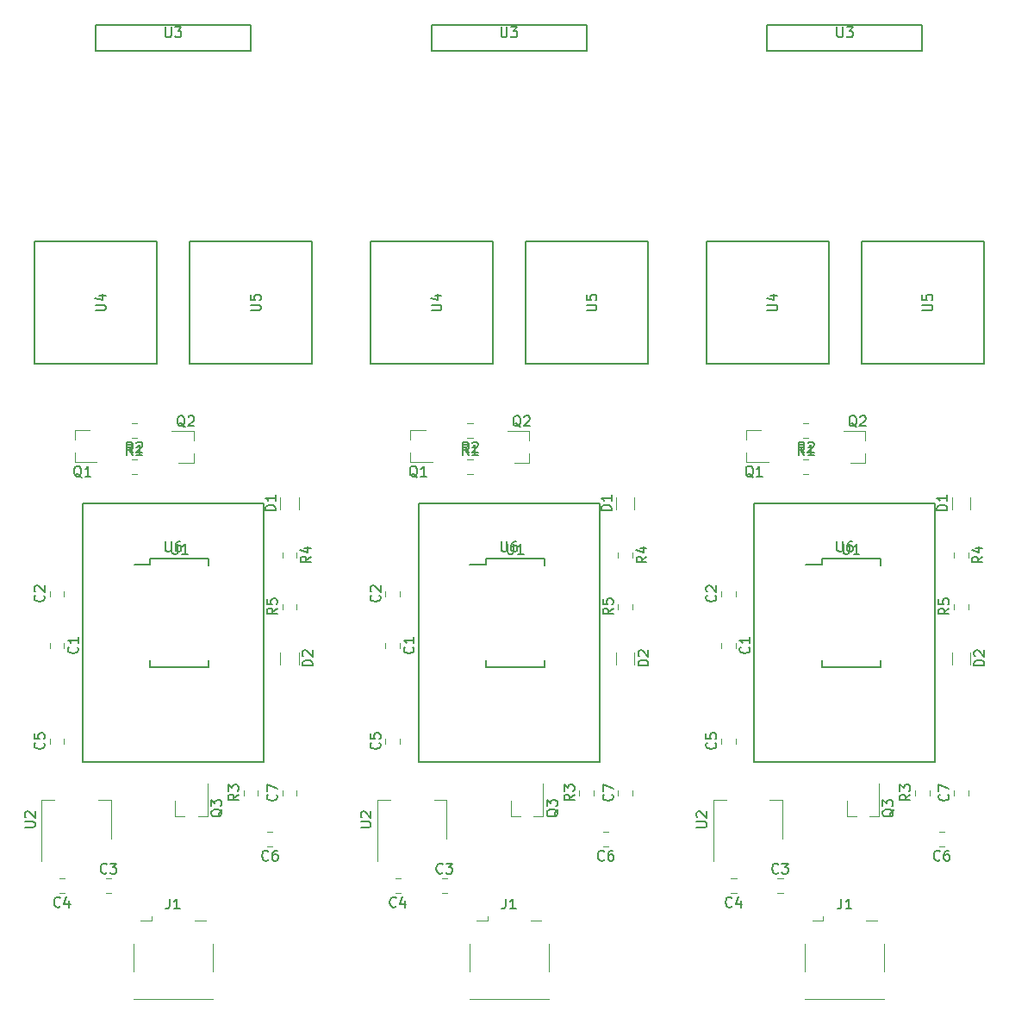
<source format=gbr>
G04 #@! TF.GenerationSoftware,KiCad,Pcbnew,5.0.2+dfsg1-1*
G04 #@! TF.CreationDate,2020-08-23T12:27:17+02:00*
G04 #@! TF.ProjectId,programmer,70726f67-7261-46d6-9d65-722e6b696361,rev?*
G04 #@! TF.SameCoordinates,Original*
G04 #@! TF.FileFunction,Legend,Top*
G04 #@! TF.FilePolarity,Positive*
%FSLAX46Y46*%
G04 Gerber Fmt 4.6, Leading zero omitted, Abs format (unit mm)*
G04 Created by KiCad (PCBNEW 5.0.2+dfsg1-1) date Sun 23 Aug 2020 12:27:17 PM CEST*
%MOMM*%
%LPD*%
G01*
G04 APERTURE LIST*
%ADD10C,0.120000*%
%ADD11C,0.200000*%
%ADD12C,0.150000*%
G04 APERTURE END LIST*
D10*
G04 #@! TO.C,C2*
X225310000Y-92971252D02*
X225310000Y-92448748D01*
X226730000Y-92971252D02*
X226730000Y-92448748D01*
G04 #@! TO.C,C7*
X248170000Y-112529252D02*
X248170000Y-112006748D01*
X249590000Y-112529252D02*
X249590000Y-112006748D01*
G04 #@! TO.C,C3*
X230838748Y-120702000D02*
X231361252Y-120702000D01*
X230838748Y-122122000D02*
X231361252Y-122122000D01*
G04 #@! TO.C,R5*
X248170000Y-94241252D02*
X248170000Y-93718748D01*
X249590000Y-94241252D02*
X249590000Y-93718748D01*
G04 #@! TO.C,R3*
X244360000Y-112538252D02*
X244360000Y-112015748D01*
X245780000Y-112538252D02*
X245780000Y-112015748D01*
G04 #@! TO.C,D1*
X247970000Y-84422064D02*
X247970000Y-83217936D01*
X249790000Y-84422064D02*
X249790000Y-83217936D01*
G04 #@! TO.C,Q2*
X239464000Y-79878000D02*
X239464000Y-78948000D01*
X239464000Y-76718000D02*
X239464000Y-77648000D01*
X239464000Y-76718000D02*
X237304000Y-76718000D01*
X239464000Y-79878000D02*
X238004000Y-79878000D01*
G04 #@! TO.C,R2*
X233892252Y-77418000D02*
X233369748Y-77418000D01*
X233892252Y-75998000D02*
X233369748Y-75998000D01*
D11*
G04 #@! TO.C,U5*
X239110000Y-70142000D02*
X239110000Y-58142000D01*
X239110000Y-58142000D02*
X251110000Y-58142000D01*
X251110000Y-58142000D02*
X251110000Y-70142000D01*
X251110000Y-70142000D02*
X239110000Y-70142000D01*
D10*
G04 #@! TO.C,R1*
X233369748Y-79554000D02*
X233892252Y-79554000D01*
X233369748Y-80974000D02*
X233892252Y-80974000D01*
G04 #@! TO.C,R4*
X249590000Y-88638748D02*
X249590000Y-89161252D01*
X248170000Y-88638748D02*
X248170000Y-89161252D01*
G04 #@! TO.C,C6*
X247236252Y-117550000D02*
X246713748Y-117550000D01*
X247236252Y-116130000D02*
X246713748Y-116130000D01*
G04 #@! TO.C,U2*
X231335000Y-113000000D02*
X230075000Y-113000000D01*
X224515000Y-113000000D02*
X225775000Y-113000000D01*
X231335000Y-116760000D02*
X231335000Y-113000000D01*
X224515000Y-119010000D02*
X224515000Y-113000000D01*
D12*
G04 #@! TO.C,U3*
X245070000Y-36830000D02*
X245070000Y-39370000D01*
X245070000Y-39370000D02*
X229830000Y-39370000D01*
X229830000Y-39370000D02*
X229830000Y-36830000D01*
X229830000Y-36830000D02*
X245070000Y-36830000D01*
D11*
G04 #@! TO.C,U4*
X223870000Y-70142000D02*
X223870000Y-58142000D01*
X223870000Y-58142000D02*
X235870000Y-58142000D01*
X235870000Y-58142000D02*
X235870000Y-70142000D01*
X235870000Y-70142000D02*
X223870000Y-70142000D01*
D10*
G04 #@! TO.C,D2*
X249790000Y-98457936D02*
X249790000Y-99662064D01*
X247970000Y-98457936D02*
X247970000Y-99662064D01*
G04 #@! TO.C,C5*
X225310000Y-107458252D02*
X225310000Y-106935748D01*
X226730000Y-107458252D02*
X226730000Y-106935748D01*
G04 #@! TO.C,J1*
X241350000Y-132530000D02*
X233550000Y-132530000D01*
X235340000Y-124820000D02*
X235340000Y-124390000D01*
X241350000Y-129830000D02*
X241350000Y-127130000D01*
X239560000Y-124820000D02*
X240640000Y-124820000D01*
X234260000Y-124820000D02*
X235340000Y-124820000D01*
X233550000Y-129830000D02*
X233550000Y-127130000D01*
G04 #@! TO.C,Q1*
X227784000Y-76652000D02*
X227784000Y-77582000D01*
X227784000Y-79812000D02*
X227784000Y-78882000D01*
X227784000Y-79812000D02*
X229944000Y-79812000D01*
X227784000Y-76652000D02*
X229244000Y-76652000D01*
G04 #@! TO.C,C1*
X226730000Y-97528748D02*
X226730000Y-98051252D01*
X225310000Y-97528748D02*
X225310000Y-98051252D01*
D12*
G04 #@! TO.C,U1*
X235210000Y-89290000D02*
X235210000Y-89865000D01*
X240960000Y-89290000D02*
X240960000Y-89940000D01*
X240960000Y-99940000D02*
X240960000Y-99290000D01*
X235210000Y-99940000D02*
X235210000Y-99290000D01*
X235210000Y-89290000D02*
X240960000Y-89290000D01*
X235210000Y-99940000D02*
X240960000Y-99940000D01*
X235210000Y-89865000D02*
X233610000Y-89865000D01*
G04 #@! TO.C,U6*
X228560000Y-83820000D02*
X246340000Y-83820000D01*
X246340000Y-83820000D02*
X246340000Y-109220000D01*
X246340000Y-109220000D02*
X228560000Y-109220000D01*
X228560000Y-109220000D02*
X228560000Y-83820000D01*
D10*
G04 #@! TO.C,C4*
X226789252Y-122122000D02*
X226266748Y-122122000D01*
X226789252Y-120702000D02*
X226266748Y-120702000D01*
G04 #@! TO.C,Q3*
X237648000Y-114552000D02*
X238578000Y-114552000D01*
X240808000Y-114552000D02*
X239878000Y-114552000D01*
X240808000Y-114552000D02*
X240808000Y-111392000D01*
X237648000Y-114552000D02*
X237648000Y-113092000D01*
G04 #@! TO.C,C2*
X192310000Y-92971252D02*
X192310000Y-92448748D01*
X193730000Y-92971252D02*
X193730000Y-92448748D01*
G04 #@! TO.C,C7*
X215170000Y-112529252D02*
X215170000Y-112006748D01*
X216590000Y-112529252D02*
X216590000Y-112006748D01*
G04 #@! TO.C,C3*
X197838748Y-120702000D02*
X198361252Y-120702000D01*
X197838748Y-122122000D02*
X198361252Y-122122000D01*
G04 #@! TO.C,R5*
X215170000Y-94241252D02*
X215170000Y-93718748D01*
X216590000Y-94241252D02*
X216590000Y-93718748D01*
G04 #@! TO.C,R3*
X211360000Y-112538252D02*
X211360000Y-112015748D01*
X212780000Y-112538252D02*
X212780000Y-112015748D01*
G04 #@! TO.C,D1*
X214970000Y-84422064D02*
X214970000Y-83217936D01*
X216790000Y-84422064D02*
X216790000Y-83217936D01*
G04 #@! TO.C,Q2*
X206464000Y-79878000D02*
X206464000Y-78948000D01*
X206464000Y-76718000D02*
X206464000Y-77648000D01*
X206464000Y-76718000D02*
X204304000Y-76718000D01*
X206464000Y-79878000D02*
X205004000Y-79878000D01*
G04 #@! TO.C,R2*
X200892252Y-77418000D02*
X200369748Y-77418000D01*
X200892252Y-75998000D02*
X200369748Y-75998000D01*
D11*
G04 #@! TO.C,U5*
X206110000Y-70142000D02*
X206110000Y-58142000D01*
X206110000Y-58142000D02*
X218110000Y-58142000D01*
X218110000Y-58142000D02*
X218110000Y-70142000D01*
X218110000Y-70142000D02*
X206110000Y-70142000D01*
D10*
G04 #@! TO.C,R1*
X200369748Y-79554000D02*
X200892252Y-79554000D01*
X200369748Y-80974000D02*
X200892252Y-80974000D01*
G04 #@! TO.C,R4*
X216590000Y-88638748D02*
X216590000Y-89161252D01*
X215170000Y-88638748D02*
X215170000Y-89161252D01*
G04 #@! TO.C,C6*
X214236252Y-117550000D02*
X213713748Y-117550000D01*
X214236252Y-116130000D02*
X213713748Y-116130000D01*
G04 #@! TO.C,U2*
X198335000Y-113000000D02*
X197075000Y-113000000D01*
X191515000Y-113000000D02*
X192775000Y-113000000D01*
X198335000Y-116760000D02*
X198335000Y-113000000D01*
X191515000Y-119010000D02*
X191515000Y-113000000D01*
D12*
G04 #@! TO.C,U3*
X212070000Y-36830000D02*
X212070000Y-39370000D01*
X212070000Y-39370000D02*
X196830000Y-39370000D01*
X196830000Y-39370000D02*
X196830000Y-36830000D01*
X196830000Y-36830000D02*
X212070000Y-36830000D01*
D11*
G04 #@! TO.C,U4*
X190870000Y-70142000D02*
X190870000Y-58142000D01*
X190870000Y-58142000D02*
X202870000Y-58142000D01*
X202870000Y-58142000D02*
X202870000Y-70142000D01*
X202870000Y-70142000D02*
X190870000Y-70142000D01*
D10*
G04 #@! TO.C,D2*
X216790000Y-98457936D02*
X216790000Y-99662064D01*
X214970000Y-98457936D02*
X214970000Y-99662064D01*
G04 #@! TO.C,C5*
X192310000Y-107458252D02*
X192310000Y-106935748D01*
X193730000Y-107458252D02*
X193730000Y-106935748D01*
G04 #@! TO.C,J1*
X208350000Y-132530000D02*
X200550000Y-132530000D01*
X202340000Y-124820000D02*
X202340000Y-124390000D01*
X208350000Y-129830000D02*
X208350000Y-127130000D01*
X206560000Y-124820000D02*
X207640000Y-124820000D01*
X201260000Y-124820000D02*
X202340000Y-124820000D01*
X200550000Y-129830000D02*
X200550000Y-127130000D01*
G04 #@! TO.C,Q1*
X194784000Y-76652000D02*
X194784000Y-77582000D01*
X194784000Y-79812000D02*
X194784000Y-78882000D01*
X194784000Y-79812000D02*
X196944000Y-79812000D01*
X194784000Y-76652000D02*
X196244000Y-76652000D01*
G04 #@! TO.C,C1*
X193730000Y-97528748D02*
X193730000Y-98051252D01*
X192310000Y-97528748D02*
X192310000Y-98051252D01*
D12*
G04 #@! TO.C,U1*
X202210000Y-89290000D02*
X202210000Y-89865000D01*
X207960000Y-89290000D02*
X207960000Y-89940000D01*
X207960000Y-99940000D02*
X207960000Y-99290000D01*
X202210000Y-99940000D02*
X202210000Y-99290000D01*
X202210000Y-89290000D02*
X207960000Y-89290000D01*
X202210000Y-99940000D02*
X207960000Y-99940000D01*
X202210000Y-89865000D02*
X200610000Y-89865000D01*
G04 #@! TO.C,U6*
X195560000Y-83820000D02*
X213340000Y-83820000D01*
X213340000Y-83820000D02*
X213340000Y-109220000D01*
X213340000Y-109220000D02*
X195560000Y-109220000D01*
X195560000Y-109220000D02*
X195560000Y-83820000D01*
D10*
G04 #@! TO.C,C4*
X193789252Y-122122000D02*
X193266748Y-122122000D01*
X193789252Y-120702000D02*
X193266748Y-120702000D01*
G04 #@! TO.C,Q3*
X204648000Y-114552000D02*
X205578000Y-114552000D01*
X207808000Y-114552000D02*
X206878000Y-114552000D01*
X207808000Y-114552000D02*
X207808000Y-111392000D01*
X204648000Y-114552000D02*
X204648000Y-113092000D01*
D12*
G04 #@! TO.C,U6*
X162560000Y-109220000D02*
X162560000Y-83820000D01*
X180340000Y-109220000D02*
X162560000Y-109220000D01*
X180340000Y-83820000D02*
X180340000Y-109220000D01*
X162560000Y-83820000D02*
X180340000Y-83820000D01*
D10*
G04 #@! TO.C,C2*
X160730000Y-92971252D02*
X160730000Y-92448748D01*
X159310000Y-92971252D02*
X159310000Y-92448748D01*
G04 #@! TO.C,C7*
X183590000Y-112529252D02*
X183590000Y-112006748D01*
X182170000Y-112529252D02*
X182170000Y-112006748D01*
G04 #@! TO.C,C3*
X164838748Y-122122000D02*
X165361252Y-122122000D01*
X164838748Y-120702000D02*
X165361252Y-120702000D01*
G04 #@! TO.C,C4*
X160789252Y-120702000D02*
X160266748Y-120702000D01*
X160789252Y-122122000D02*
X160266748Y-122122000D01*
G04 #@! TO.C,C5*
X160730000Y-107458252D02*
X160730000Y-106935748D01*
X159310000Y-107458252D02*
X159310000Y-106935748D01*
G04 #@! TO.C,R5*
X183590000Y-94241252D02*
X183590000Y-93718748D01*
X182170000Y-94241252D02*
X182170000Y-93718748D01*
G04 #@! TO.C,R4*
X182170000Y-88638748D02*
X182170000Y-89161252D01*
X183590000Y-88638748D02*
X183590000Y-89161252D01*
G04 #@! TO.C,R3*
X179780000Y-112538252D02*
X179780000Y-112015748D01*
X178360000Y-112538252D02*
X178360000Y-112015748D01*
G04 #@! TO.C,R2*
X167892252Y-75998000D02*
X167369748Y-75998000D01*
X167892252Y-77418000D02*
X167369748Y-77418000D01*
G04 #@! TO.C,R1*
X167369748Y-80974000D02*
X167892252Y-80974000D01*
X167369748Y-79554000D02*
X167892252Y-79554000D01*
G04 #@! TO.C,C1*
X159310000Y-97528748D02*
X159310000Y-98051252D01*
X160730000Y-97528748D02*
X160730000Y-98051252D01*
G04 #@! TO.C,C6*
X181236252Y-116130000D02*
X180713748Y-116130000D01*
X181236252Y-117550000D02*
X180713748Y-117550000D01*
G04 #@! TO.C,D2*
X181970000Y-98457936D02*
X181970000Y-99662064D01*
X183790000Y-98457936D02*
X183790000Y-99662064D01*
G04 #@! TO.C,D1*
X183790000Y-84422064D02*
X183790000Y-83217936D01*
X181970000Y-84422064D02*
X181970000Y-83217936D01*
D12*
G04 #@! TO.C,U1*
X169210000Y-89865000D02*
X167610000Y-89865000D01*
X169210000Y-99940000D02*
X174960000Y-99940000D01*
X169210000Y-89290000D02*
X174960000Y-89290000D01*
X169210000Y-99940000D02*
X169210000Y-99290000D01*
X174960000Y-99940000D02*
X174960000Y-99290000D01*
X174960000Y-89290000D02*
X174960000Y-89940000D01*
X169210000Y-89290000D02*
X169210000Y-89865000D01*
D10*
G04 #@! TO.C,U2*
X158515000Y-119010000D02*
X158515000Y-113000000D01*
X165335000Y-116760000D02*
X165335000Y-113000000D01*
X158515000Y-113000000D02*
X159775000Y-113000000D01*
X165335000Y-113000000D02*
X164075000Y-113000000D01*
G04 #@! TO.C,Q2*
X173464000Y-79878000D02*
X172004000Y-79878000D01*
X173464000Y-76718000D02*
X171304000Y-76718000D01*
X173464000Y-76718000D02*
X173464000Y-77648000D01*
X173464000Y-79878000D02*
X173464000Y-78948000D01*
G04 #@! TO.C,Q1*
X161784000Y-76652000D02*
X163244000Y-76652000D01*
X161784000Y-79812000D02*
X163944000Y-79812000D01*
X161784000Y-79812000D02*
X161784000Y-78882000D01*
X161784000Y-76652000D02*
X161784000Y-77582000D01*
G04 #@! TO.C,Q3*
X171648000Y-114552000D02*
X171648000Y-113092000D01*
X174808000Y-114552000D02*
X174808000Y-111392000D01*
X174808000Y-114552000D02*
X173878000Y-114552000D01*
X171648000Y-114552000D02*
X172578000Y-114552000D01*
G04 #@! TO.C,J1*
X167550000Y-129830000D02*
X167550000Y-127130000D01*
X168260000Y-124820000D02*
X169340000Y-124820000D01*
X173560000Y-124820000D02*
X174640000Y-124820000D01*
X175350000Y-129830000D02*
X175350000Y-127130000D01*
X169340000Y-124820000D02*
X169340000Y-124390000D01*
X175350000Y-132530000D02*
X167550000Y-132530000D01*
D12*
G04 #@! TO.C,U3*
X163830000Y-36830000D02*
X179070000Y-36830000D01*
X163830000Y-39370000D02*
X163830000Y-36830000D01*
X179070000Y-39370000D02*
X163830000Y-39370000D01*
X179070000Y-36830000D02*
X179070000Y-39370000D01*
D11*
G04 #@! TO.C,U5*
X185110000Y-70142000D02*
X173110000Y-70142000D01*
X185110000Y-58142000D02*
X185110000Y-70142000D01*
X173110000Y-58142000D02*
X185110000Y-58142000D01*
X173110000Y-70142000D02*
X173110000Y-58142000D01*
G04 #@! TO.C,U4*
X169870000Y-70142000D02*
X157870000Y-70142000D01*
X169870000Y-58142000D02*
X169870000Y-70142000D01*
X157870000Y-58142000D02*
X169870000Y-58142000D01*
X157870000Y-70142000D02*
X157870000Y-58142000D01*
G04 #@! TO.C,C2*
D12*
X224727142Y-92876666D02*
X224774761Y-92924285D01*
X224822380Y-93067142D01*
X224822380Y-93162380D01*
X224774761Y-93305238D01*
X224679523Y-93400476D01*
X224584285Y-93448095D01*
X224393809Y-93495714D01*
X224250952Y-93495714D01*
X224060476Y-93448095D01*
X223965238Y-93400476D01*
X223870000Y-93305238D01*
X223822380Y-93162380D01*
X223822380Y-93067142D01*
X223870000Y-92924285D01*
X223917619Y-92876666D01*
X223917619Y-92495714D02*
X223870000Y-92448095D01*
X223822380Y-92352857D01*
X223822380Y-92114761D01*
X223870000Y-92019523D01*
X223917619Y-91971904D01*
X224012857Y-91924285D01*
X224108095Y-91924285D01*
X224250952Y-91971904D01*
X224822380Y-92543333D01*
X224822380Y-91924285D01*
G04 #@! TO.C,C7*
X247587142Y-112434666D02*
X247634761Y-112482285D01*
X247682380Y-112625142D01*
X247682380Y-112720380D01*
X247634761Y-112863238D01*
X247539523Y-112958476D01*
X247444285Y-113006095D01*
X247253809Y-113053714D01*
X247110952Y-113053714D01*
X246920476Y-113006095D01*
X246825238Y-112958476D01*
X246730000Y-112863238D01*
X246682380Y-112720380D01*
X246682380Y-112625142D01*
X246730000Y-112482285D01*
X246777619Y-112434666D01*
X246682380Y-112101333D02*
X246682380Y-111434666D01*
X247682380Y-111863238D01*
G04 #@! TO.C,C3*
X230933333Y-120119142D02*
X230885714Y-120166761D01*
X230742857Y-120214380D01*
X230647619Y-120214380D01*
X230504761Y-120166761D01*
X230409523Y-120071523D01*
X230361904Y-119976285D01*
X230314285Y-119785809D01*
X230314285Y-119642952D01*
X230361904Y-119452476D01*
X230409523Y-119357238D01*
X230504761Y-119262000D01*
X230647619Y-119214380D01*
X230742857Y-119214380D01*
X230885714Y-119262000D01*
X230933333Y-119309619D01*
X231266666Y-119214380D02*
X231885714Y-119214380D01*
X231552380Y-119595333D01*
X231695238Y-119595333D01*
X231790476Y-119642952D01*
X231838095Y-119690571D01*
X231885714Y-119785809D01*
X231885714Y-120023904D01*
X231838095Y-120119142D01*
X231790476Y-120166761D01*
X231695238Y-120214380D01*
X231409523Y-120214380D01*
X231314285Y-120166761D01*
X231266666Y-120119142D01*
G04 #@! TO.C,R5*
X247682380Y-94146666D02*
X247206190Y-94480000D01*
X247682380Y-94718095D02*
X246682380Y-94718095D01*
X246682380Y-94337142D01*
X246730000Y-94241904D01*
X246777619Y-94194285D01*
X246872857Y-94146666D01*
X247015714Y-94146666D01*
X247110952Y-94194285D01*
X247158571Y-94241904D01*
X247206190Y-94337142D01*
X247206190Y-94718095D01*
X246682380Y-93241904D02*
X246682380Y-93718095D01*
X247158571Y-93765714D01*
X247110952Y-93718095D01*
X247063333Y-93622857D01*
X247063333Y-93384761D01*
X247110952Y-93289523D01*
X247158571Y-93241904D01*
X247253809Y-93194285D01*
X247491904Y-93194285D01*
X247587142Y-93241904D01*
X247634761Y-93289523D01*
X247682380Y-93384761D01*
X247682380Y-93622857D01*
X247634761Y-93718095D01*
X247587142Y-93765714D01*
G04 #@! TO.C,R3*
X243872380Y-112443666D02*
X243396190Y-112777000D01*
X243872380Y-113015095D02*
X242872380Y-113015095D01*
X242872380Y-112634142D01*
X242920000Y-112538904D01*
X242967619Y-112491285D01*
X243062857Y-112443666D01*
X243205714Y-112443666D01*
X243300952Y-112491285D01*
X243348571Y-112538904D01*
X243396190Y-112634142D01*
X243396190Y-113015095D01*
X242872380Y-112110333D02*
X242872380Y-111491285D01*
X243253333Y-111824619D01*
X243253333Y-111681761D01*
X243300952Y-111586523D01*
X243348571Y-111538904D01*
X243443809Y-111491285D01*
X243681904Y-111491285D01*
X243777142Y-111538904D01*
X243824761Y-111586523D01*
X243872380Y-111681761D01*
X243872380Y-111967476D01*
X243824761Y-112062714D01*
X243777142Y-112110333D01*
G04 #@! TO.C,D1*
X247512380Y-84558095D02*
X246512380Y-84558095D01*
X246512380Y-84320000D01*
X246560000Y-84177142D01*
X246655238Y-84081904D01*
X246750476Y-84034285D01*
X246940952Y-83986666D01*
X247083809Y-83986666D01*
X247274285Y-84034285D01*
X247369523Y-84081904D01*
X247464761Y-84177142D01*
X247512380Y-84320000D01*
X247512380Y-84558095D01*
X247512380Y-83034285D02*
X247512380Y-83605714D01*
X247512380Y-83320000D02*
X246512380Y-83320000D01*
X246655238Y-83415238D01*
X246750476Y-83510476D01*
X246798095Y-83605714D01*
G04 #@! TO.C,Q2*
X238608761Y-76345619D02*
X238513523Y-76298000D01*
X238418285Y-76202761D01*
X238275428Y-76059904D01*
X238180190Y-76012285D01*
X238084952Y-76012285D01*
X238132571Y-76250380D02*
X238037333Y-76202761D01*
X237942095Y-76107523D01*
X237894476Y-75917047D01*
X237894476Y-75583714D01*
X237942095Y-75393238D01*
X238037333Y-75298000D01*
X238132571Y-75250380D01*
X238323047Y-75250380D01*
X238418285Y-75298000D01*
X238513523Y-75393238D01*
X238561142Y-75583714D01*
X238561142Y-75917047D01*
X238513523Y-76107523D01*
X238418285Y-76202761D01*
X238323047Y-76250380D01*
X238132571Y-76250380D01*
X238942095Y-75345619D02*
X238989714Y-75298000D01*
X239084952Y-75250380D01*
X239323047Y-75250380D01*
X239418285Y-75298000D01*
X239465904Y-75345619D01*
X239513523Y-75440857D01*
X239513523Y-75536095D01*
X239465904Y-75678952D01*
X238894476Y-76250380D01*
X239513523Y-76250380D01*
G04 #@! TO.C,R2*
X233464333Y-78810380D02*
X233131000Y-78334190D01*
X232892904Y-78810380D02*
X232892904Y-77810380D01*
X233273857Y-77810380D01*
X233369095Y-77858000D01*
X233416714Y-77905619D01*
X233464333Y-78000857D01*
X233464333Y-78143714D01*
X233416714Y-78238952D01*
X233369095Y-78286571D01*
X233273857Y-78334190D01*
X232892904Y-78334190D01*
X233845285Y-77905619D02*
X233892904Y-77858000D01*
X233988142Y-77810380D01*
X234226238Y-77810380D01*
X234321476Y-77858000D01*
X234369095Y-77905619D01*
X234416714Y-78000857D01*
X234416714Y-78096095D01*
X234369095Y-78238952D01*
X233797666Y-78810380D01*
X234416714Y-78810380D01*
G04 #@! TO.C,U5*
X245062380Y-64903904D02*
X245871904Y-64903904D01*
X245967142Y-64856285D01*
X246014761Y-64808666D01*
X246062380Y-64713428D01*
X246062380Y-64522952D01*
X246014761Y-64427714D01*
X245967142Y-64380095D01*
X245871904Y-64332476D01*
X245062380Y-64332476D01*
X245062380Y-63380095D02*
X245062380Y-63856285D01*
X245538571Y-63903904D01*
X245490952Y-63856285D01*
X245443333Y-63761047D01*
X245443333Y-63522952D01*
X245490952Y-63427714D01*
X245538571Y-63380095D01*
X245633809Y-63332476D01*
X245871904Y-63332476D01*
X245967142Y-63380095D01*
X246014761Y-63427714D01*
X246062380Y-63522952D01*
X246062380Y-63761047D01*
X246014761Y-63856285D01*
X245967142Y-63903904D01*
G04 #@! TO.C,R1*
X233464333Y-79066380D02*
X233131000Y-78590190D01*
X232892904Y-79066380D02*
X232892904Y-78066380D01*
X233273857Y-78066380D01*
X233369095Y-78114000D01*
X233416714Y-78161619D01*
X233464333Y-78256857D01*
X233464333Y-78399714D01*
X233416714Y-78494952D01*
X233369095Y-78542571D01*
X233273857Y-78590190D01*
X232892904Y-78590190D01*
X234416714Y-79066380D02*
X233845285Y-79066380D01*
X234131000Y-79066380D02*
X234131000Y-78066380D01*
X234035761Y-78209238D01*
X233940523Y-78304476D01*
X233845285Y-78352095D01*
G04 #@! TO.C,R4*
X250982380Y-89066666D02*
X250506190Y-89400000D01*
X250982380Y-89638095D02*
X249982380Y-89638095D01*
X249982380Y-89257142D01*
X250030000Y-89161904D01*
X250077619Y-89114285D01*
X250172857Y-89066666D01*
X250315714Y-89066666D01*
X250410952Y-89114285D01*
X250458571Y-89161904D01*
X250506190Y-89257142D01*
X250506190Y-89638095D01*
X250315714Y-88209523D02*
X250982380Y-88209523D01*
X249934761Y-88447619D02*
X250649047Y-88685714D01*
X250649047Y-88066666D01*
G04 #@! TO.C,C6*
X246808333Y-118847142D02*
X246760714Y-118894761D01*
X246617857Y-118942380D01*
X246522619Y-118942380D01*
X246379761Y-118894761D01*
X246284523Y-118799523D01*
X246236904Y-118704285D01*
X246189285Y-118513809D01*
X246189285Y-118370952D01*
X246236904Y-118180476D01*
X246284523Y-118085238D01*
X246379761Y-117990000D01*
X246522619Y-117942380D01*
X246617857Y-117942380D01*
X246760714Y-117990000D01*
X246808333Y-118037619D01*
X247665476Y-117942380D02*
X247475000Y-117942380D01*
X247379761Y-117990000D01*
X247332142Y-118037619D01*
X247236904Y-118180476D01*
X247189285Y-118370952D01*
X247189285Y-118751904D01*
X247236904Y-118847142D01*
X247284523Y-118894761D01*
X247379761Y-118942380D01*
X247570238Y-118942380D01*
X247665476Y-118894761D01*
X247713095Y-118847142D01*
X247760714Y-118751904D01*
X247760714Y-118513809D01*
X247713095Y-118418571D01*
X247665476Y-118370952D01*
X247570238Y-118323333D01*
X247379761Y-118323333D01*
X247284523Y-118370952D01*
X247236904Y-118418571D01*
X247189285Y-118513809D01*
G04 #@! TO.C,U2*
X222877380Y-115671904D02*
X223686904Y-115671904D01*
X223782142Y-115624285D01*
X223829761Y-115576666D01*
X223877380Y-115481428D01*
X223877380Y-115290952D01*
X223829761Y-115195714D01*
X223782142Y-115148095D01*
X223686904Y-115100476D01*
X222877380Y-115100476D01*
X222972619Y-114671904D02*
X222925000Y-114624285D01*
X222877380Y-114529047D01*
X222877380Y-114290952D01*
X222925000Y-114195714D01*
X222972619Y-114148095D01*
X223067857Y-114100476D01*
X223163095Y-114100476D01*
X223305952Y-114148095D01*
X223877380Y-114719523D01*
X223877380Y-114100476D01*
G04 #@! TO.C,U3*
X236688095Y-37052380D02*
X236688095Y-37861904D01*
X236735714Y-37957142D01*
X236783333Y-38004761D01*
X236878571Y-38052380D01*
X237069047Y-38052380D01*
X237164285Y-38004761D01*
X237211904Y-37957142D01*
X237259523Y-37861904D01*
X237259523Y-37052380D01*
X237640476Y-37052380D02*
X238259523Y-37052380D01*
X237926190Y-37433333D01*
X238069047Y-37433333D01*
X238164285Y-37480952D01*
X238211904Y-37528571D01*
X238259523Y-37623809D01*
X238259523Y-37861904D01*
X238211904Y-37957142D01*
X238164285Y-38004761D01*
X238069047Y-38052380D01*
X237783333Y-38052380D01*
X237688095Y-38004761D01*
X237640476Y-37957142D01*
G04 #@! TO.C,U4*
X229822380Y-64903904D02*
X230631904Y-64903904D01*
X230727142Y-64856285D01*
X230774761Y-64808666D01*
X230822380Y-64713428D01*
X230822380Y-64522952D01*
X230774761Y-64427714D01*
X230727142Y-64380095D01*
X230631904Y-64332476D01*
X229822380Y-64332476D01*
X230155714Y-63427714D02*
X230822380Y-63427714D01*
X229774761Y-63665809D02*
X230489047Y-63903904D01*
X230489047Y-63284857D01*
G04 #@! TO.C,D2*
X251152380Y-99798095D02*
X250152380Y-99798095D01*
X250152380Y-99560000D01*
X250200000Y-99417142D01*
X250295238Y-99321904D01*
X250390476Y-99274285D01*
X250580952Y-99226666D01*
X250723809Y-99226666D01*
X250914285Y-99274285D01*
X251009523Y-99321904D01*
X251104761Y-99417142D01*
X251152380Y-99560000D01*
X251152380Y-99798095D01*
X250247619Y-98845714D02*
X250200000Y-98798095D01*
X250152380Y-98702857D01*
X250152380Y-98464761D01*
X250200000Y-98369523D01*
X250247619Y-98321904D01*
X250342857Y-98274285D01*
X250438095Y-98274285D01*
X250580952Y-98321904D01*
X251152380Y-98893333D01*
X251152380Y-98274285D01*
G04 #@! TO.C,C5*
X224727142Y-107363666D02*
X224774761Y-107411285D01*
X224822380Y-107554142D01*
X224822380Y-107649380D01*
X224774761Y-107792238D01*
X224679523Y-107887476D01*
X224584285Y-107935095D01*
X224393809Y-107982714D01*
X224250952Y-107982714D01*
X224060476Y-107935095D01*
X223965238Y-107887476D01*
X223870000Y-107792238D01*
X223822380Y-107649380D01*
X223822380Y-107554142D01*
X223870000Y-107411285D01*
X223917619Y-107363666D01*
X223822380Y-106458904D02*
X223822380Y-106935095D01*
X224298571Y-106982714D01*
X224250952Y-106935095D01*
X224203333Y-106839857D01*
X224203333Y-106601761D01*
X224250952Y-106506523D01*
X224298571Y-106458904D01*
X224393809Y-106411285D01*
X224631904Y-106411285D01*
X224727142Y-106458904D01*
X224774761Y-106506523D01*
X224822380Y-106601761D01*
X224822380Y-106839857D01*
X224774761Y-106935095D01*
X224727142Y-106982714D01*
G04 #@! TO.C,J1*
X237116666Y-122682380D02*
X237116666Y-123396666D01*
X237069047Y-123539523D01*
X236973809Y-123634761D01*
X236830952Y-123682380D01*
X236735714Y-123682380D01*
X238116666Y-123682380D02*
X237545238Y-123682380D01*
X237830952Y-123682380D02*
X237830952Y-122682380D01*
X237735714Y-122825238D01*
X237640476Y-122920476D01*
X237545238Y-122968095D01*
G04 #@! TO.C,Q1*
X228448761Y-81279619D02*
X228353523Y-81232000D01*
X228258285Y-81136761D01*
X228115428Y-80993904D01*
X228020190Y-80946285D01*
X227924952Y-80946285D01*
X227972571Y-81184380D02*
X227877333Y-81136761D01*
X227782095Y-81041523D01*
X227734476Y-80851047D01*
X227734476Y-80517714D01*
X227782095Y-80327238D01*
X227877333Y-80232000D01*
X227972571Y-80184380D01*
X228163047Y-80184380D01*
X228258285Y-80232000D01*
X228353523Y-80327238D01*
X228401142Y-80517714D01*
X228401142Y-80851047D01*
X228353523Y-81041523D01*
X228258285Y-81136761D01*
X228163047Y-81184380D01*
X227972571Y-81184380D01*
X229353523Y-81184380D02*
X228782095Y-81184380D01*
X229067809Y-81184380D02*
X229067809Y-80184380D01*
X228972571Y-80327238D01*
X228877333Y-80422476D01*
X228782095Y-80470095D01*
G04 #@! TO.C,C1*
X228027142Y-97956666D02*
X228074761Y-98004285D01*
X228122380Y-98147142D01*
X228122380Y-98242380D01*
X228074761Y-98385238D01*
X227979523Y-98480476D01*
X227884285Y-98528095D01*
X227693809Y-98575714D01*
X227550952Y-98575714D01*
X227360476Y-98528095D01*
X227265238Y-98480476D01*
X227170000Y-98385238D01*
X227122380Y-98242380D01*
X227122380Y-98147142D01*
X227170000Y-98004285D01*
X227217619Y-97956666D01*
X228122380Y-97004285D02*
X228122380Y-97575714D01*
X228122380Y-97290000D02*
X227122380Y-97290000D01*
X227265238Y-97385238D01*
X227360476Y-97480476D01*
X227408095Y-97575714D01*
G04 #@! TO.C,U1*
X237323095Y-87817380D02*
X237323095Y-88626904D01*
X237370714Y-88722142D01*
X237418333Y-88769761D01*
X237513571Y-88817380D01*
X237704047Y-88817380D01*
X237799285Y-88769761D01*
X237846904Y-88722142D01*
X237894523Y-88626904D01*
X237894523Y-87817380D01*
X238894523Y-88817380D02*
X238323095Y-88817380D01*
X238608809Y-88817380D02*
X238608809Y-87817380D01*
X238513571Y-87960238D01*
X238418333Y-88055476D01*
X238323095Y-88103095D01*
G04 #@! TO.C,U6*
X236688095Y-87582380D02*
X236688095Y-88391904D01*
X236735714Y-88487142D01*
X236783333Y-88534761D01*
X236878571Y-88582380D01*
X237069047Y-88582380D01*
X237164285Y-88534761D01*
X237211904Y-88487142D01*
X237259523Y-88391904D01*
X237259523Y-87582380D01*
X238164285Y-87582380D02*
X237973809Y-87582380D01*
X237878571Y-87630000D01*
X237830952Y-87677619D01*
X237735714Y-87820476D01*
X237688095Y-88010952D01*
X237688095Y-88391904D01*
X237735714Y-88487142D01*
X237783333Y-88534761D01*
X237878571Y-88582380D01*
X238069047Y-88582380D01*
X238164285Y-88534761D01*
X238211904Y-88487142D01*
X238259523Y-88391904D01*
X238259523Y-88153809D01*
X238211904Y-88058571D01*
X238164285Y-88010952D01*
X238069047Y-87963333D01*
X237878571Y-87963333D01*
X237783333Y-88010952D01*
X237735714Y-88058571D01*
X237688095Y-88153809D01*
G04 #@! TO.C,C4*
X226361333Y-123419142D02*
X226313714Y-123466761D01*
X226170857Y-123514380D01*
X226075619Y-123514380D01*
X225932761Y-123466761D01*
X225837523Y-123371523D01*
X225789904Y-123276285D01*
X225742285Y-123085809D01*
X225742285Y-122942952D01*
X225789904Y-122752476D01*
X225837523Y-122657238D01*
X225932761Y-122562000D01*
X226075619Y-122514380D01*
X226170857Y-122514380D01*
X226313714Y-122562000D01*
X226361333Y-122609619D01*
X227218476Y-122847714D02*
X227218476Y-123514380D01*
X226980380Y-122466761D02*
X226742285Y-123181047D01*
X227361333Y-123181047D01*
G04 #@! TO.C,Q3*
X242275619Y-113887238D02*
X242228000Y-113982476D01*
X242132761Y-114077714D01*
X241989904Y-114220571D01*
X241942285Y-114315809D01*
X241942285Y-114411047D01*
X242180380Y-114363428D02*
X242132761Y-114458666D01*
X242037523Y-114553904D01*
X241847047Y-114601523D01*
X241513714Y-114601523D01*
X241323238Y-114553904D01*
X241228000Y-114458666D01*
X241180380Y-114363428D01*
X241180380Y-114172952D01*
X241228000Y-114077714D01*
X241323238Y-113982476D01*
X241513714Y-113934857D01*
X241847047Y-113934857D01*
X242037523Y-113982476D01*
X242132761Y-114077714D01*
X242180380Y-114172952D01*
X242180380Y-114363428D01*
X241180380Y-113601523D02*
X241180380Y-112982476D01*
X241561333Y-113315809D01*
X241561333Y-113172952D01*
X241608952Y-113077714D01*
X241656571Y-113030095D01*
X241751809Y-112982476D01*
X241989904Y-112982476D01*
X242085142Y-113030095D01*
X242132761Y-113077714D01*
X242180380Y-113172952D01*
X242180380Y-113458666D01*
X242132761Y-113553904D01*
X242085142Y-113601523D01*
G04 #@! TO.C,C2*
X191727142Y-92876666D02*
X191774761Y-92924285D01*
X191822380Y-93067142D01*
X191822380Y-93162380D01*
X191774761Y-93305238D01*
X191679523Y-93400476D01*
X191584285Y-93448095D01*
X191393809Y-93495714D01*
X191250952Y-93495714D01*
X191060476Y-93448095D01*
X190965238Y-93400476D01*
X190870000Y-93305238D01*
X190822380Y-93162380D01*
X190822380Y-93067142D01*
X190870000Y-92924285D01*
X190917619Y-92876666D01*
X190917619Y-92495714D02*
X190870000Y-92448095D01*
X190822380Y-92352857D01*
X190822380Y-92114761D01*
X190870000Y-92019523D01*
X190917619Y-91971904D01*
X191012857Y-91924285D01*
X191108095Y-91924285D01*
X191250952Y-91971904D01*
X191822380Y-92543333D01*
X191822380Y-91924285D01*
G04 #@! TO.C,C7*
X214587142Y-112434666D02*
X214634761Y-112482285D01*
X214682380Y-112625142D01*
X214682380Y-112720380D01*
X214634761Y-112863238D01*
X214539523Y-112958476D01*
X214444285Y-113006095D01*
X214253809Y-113053714D01*
X214110952Y-113053714D01*
X213920476Y-113006095D01*
X213825238Y-112958476D01*
X213730000Y-112863238D01*
X213682380Y-112720380D01*
X213682380Y-112625142D01*
X213730000Y-112482285D01*
X213777619Y-112434666D01*
X213682380Y-112101333D02*
X213682380Y-111434666D01*
X214682380Y-111863238D01*
G04 #@! TO.C,C3*
X197933333Y-120119142D02*
X197885714Y-120166761D01*
X197742857Y-120214380D01*
X197647619Y-120214380D01*
X197504761Y-120166761D01*
X197409523Y-120071523D01*
X197361904Y-119976285D01*
X197314285Y-119785809D01*
X197314285Y-119642952D01*
X197361904Y-119452476D01*
X197409523Y-119357238D01*
X197504761Y-119262000D01*
X197647619Y-119214380D01*
X197742857Y-119214380D01*
X197885714Y-119262000D01*
X197933333Y-119309619D01*
X198266666Y-119214380D02*
X198885714Y-119214380D01*
X198552380Y-119595333D01*
X198695238Y-119595333D01*
X198790476Y-119642952D01*
X198838095Y-119690571D01*
X198885714Y-119785809D01*
X198885714Y-120023904D01*
X198838095Y-120119142D01*
X198790476Y-120166761D01*
X198695238Y-120214380D01*
X198409523Y-120214380D01*
X198314285Y-120166761D01*
X198266666Y-120119142D01*
G04 #@! TO.C,R5*
X214682380Y-94146666D02*
X214206190Y-94480000D01*
X214682380Y-94718095D02*
X213682380Y-94718095D01*
X213682380Y-94337142D01*
X213730000Y-94241904D01*
X213777619Y-94194285D01*
X213872857Y-94146666D01*
X214015714Y-94146666D01*
X214110952Y-94194285D01*
X214158571Y-94241904D01*
X214206190Y-94337142D01*
X214206190Y-94718095D01*
X213682380Y-93241904D02*
X213682380Y-93718095D01*
X214158571Y-93765714D01*
X214110952Y-93718095D01*
X214063333Y-93622857D01*
X214063333Y-93384761D01*
X214110952Y-93289523D01*
X214158571Y-93241904D01*
X214253809Y-93194285D01*
X214491904Y-93194285D01*
X214587142Y-93241904D01*
X214634761Y-93289523D01*
X214682380Y-93384761D01*
X214682380Y-93622857D01*
X214634761Y-93718095D01*
X214587142Y-93765714D01*
G04 #@! TO.C,R3*
X210872380Y-112443666D02*
X210396190Y-112777000D01*
X210872380Y-113015095D02*
X209872380Y-113015095D01*
X209872380Y-112634142D01*
X209920000Y-112538904D01*
X209967619Y-112491285D01*
X210062857Y-112443666D01*
X210205714Y-112443666D01*
X210300952Y-112491285D01*
X210348571Y-112538904D01*
X210396190Y-112634142D01*
X210396190Y-113015095D01*
X209872380Y-112110333D02*
X209872380Y-111491285D01*
X210253333Y-111824619D01*
X210253333Y-111681761D01*
X210300952Y-111586523D01*
X210348571Y-111538904D01*
X210443809Y-111491285D01*
X210681904Y-111491285D01*
X210777142Y-111538904D01*
X210824761Y-111586523D01*
X210872380Y-111681761D01*
X210872380Y-111967476D01*
X210824761Y-112062714D01*
X210777142Y-112110333D01*
G04 #@! TO.C,D1*
X214512380Y-84558095D02*
X213512380Y-84558095D01*
X213512380Y-84320000D01*
X213560000Y-84177142D01*
X213655238Y-84081904D01*
X213750476Y-84034285D01*
X213940952Y-83986666D01*
X214083809Y-83986666D01*
X214274285Y-84034285D01*
X214369523Y-84081904D01*
X214464761Y-84177142D01*
X214512380Y-84320000D01*
X214512380Y-84558095D01*
X214512380Y-83034285D02*
X214512380Y-83605714D01*
X214512380Y-83320000D02*
X213512380Y-83320000D01*
X213655238Y-83415238D01*
X213750476Y-83510476D01*
X213798095Y-83605714D01*
G04 #@! TO.C,Q2*
X205608761Y-76345619D02*
X205513523Y-76298000D01*
X205418285Y-76202761D01*
X205275428Y-76059904D01*
X205180190Y-76012285D01*
X205084952Y-76012285D01*
X205132571Y-76250380D02*
X205037333Y-76202761D01*
X204942095Y-76107523D01*
X204894476Y-75917047D01*
X204894476Y-75583714D01*
X204942095Y-75393238D01*
X205037333Y-75298000D01*
X205132571Y-75250380D01*
X205323047Y-75250380D01*
X205418285Y-75298000D01*
X205513523Y-75393238D01*
X205561142Y-75583714D01*
X205561142Y-75917047D01*
X205513523Y-76107523D01*
X205418285Y-76202761D01*
X205323047Y-76250380D01*
X205132571Y-76250380D01*
X205942095Y-75345619D02*
X205989714Y-75298000D01*
X206084952Y-75250380D01*
X206323047Y-75250380D01*
X206418285Y-75298000D01*
X206465904Y-75345619D01*
X206513523Y-75440857D01*
X206513523Y-75536095D01*
X206465904Y-75678952D01*
X205894476Y-76250380D01*
X206513523Y-76250380D01*
G04 #@! TO.C,R2*
X200464333Y-78810380D02*
X200131000Y-78334190D01*
X199892904Y-78810380D02*
X199892904Y-77810380D01*
X200273857Y-77810380D01*
X200369095Y-77858000D01*
X200416714Y-77905619D01*
X200464333Y-78000857D01*
X200464333Y-78143714D01*
X200416714Y-78238952D01*
X200369095Y-78286571D01*
X200273857Y-78334190D01*
X199892904Y-78334190D01*
X200845285Y-77905619D02*
X200892904Y-77858000D01*
X200988142Y-77810380D01*
X201226238Y-77810380D01*
X201321476Y-77858000D01*
X201369095Y-77905619D01*
X201416714Y-78000857D01*
X201416714Y-78096095D01*
X201369095Y-78238952D01*
X200797666Y-78810380D01*
X201416714Y-78810380D01*
G04 #@! TO.C,U5*
X212062380Y-64903904D02*
X212871904Y-64903904D01*
X212967142Y-64856285D01*
X213014761Y-64808666D01*
X213062380Y-64713428D01*
X213062380Y-64522952D01*
X213014761Y-64427714D01*
X212967142Y-64380095D01*
X212871904Y-64332476D01*
X212062380Y-64332476D01*
X212062380Y-63380095D02*
X212062380Y-63856285D01*
X212538571Y-63903904D01*
X212490952Y-63856285D01*
X212443333Y-63761047D01*
X212443333Y-63522952D01*
X212490952Y-63427714D01*
X212538571Y-63380095D01*
X212633809Y-63332476D01*
X212871904Y-63332476D01*
X212967142Y-63380095D01*
X213014761Y-63427714D01*
X213062380Y-63522952D01*
X213062380Y-63761047D01*
X213014761Y-63856285D01*
X212967142Y-63903904D01*
G04 #@! TO.C,R1*
X200464333Y-79066380D02*
X200131000Y-78590190D01*
X199892904Y-79066380D02*
X199892904Y-78066380D01*
X200273857Y-78066380D01*
X200369095Y-78114000D01*
X200416714Y-78161619D01*
X200464333Y-78256857D01*
X200464333Y-78399714D01*
X200416714Y-78494952D01*
X200369095Y-78542571D01*
X200273857Y-78590190D01*
X199892904Y-78590190D01*
X201416714Y-79066380D02*
X200845285Y-79066380D01*
X201131000Y-79066380D02*
X201131000Y-78066380D01*
X201035761Y-78209238D01*
X200940523Y-78304476D01*
X200845285Y-78352095D01*
G04 #@! TO.C,R4*
X217982380Y-89066666D02*
X217506190Y-89400000D01*
X217982380Y-89638095D02*
X216982380Y-89638095D01*
X216982380Y-89257142D01*
X217030000Y-89161904D01*
X217077619Y-89114285D01*
X217172857Y-89066666D01*
X217315714Y-89066666D01*
X217410952Y-89114285D01*
X217458571Y-89161904D01*
X217506190Y-89257142D01*
X217506190Y-89638095D01*
X217315714Y-88209523D02*
X217982380Y-88209523D01*
X216934761Y-88447619D02*
X217649047Y-88685714D01*
X217649047Y-88066666D01*
G04 #@! TO.C,C6*
X213808333Y-118847142D02*
X213760714Y-118894761D01*
X213617857Y-118942380D01*
X213522619Y-118942380D01*
X213379761Y-118894761D01*
X213284523Y-118799523D01*
X213236904Y-118704285D01*
X213189285Y-118513809D01*
X213189285Y-118370952D01*
X213236904Y-118180476D01*
X213284523Y-118085238D01*
X213379761Y-117990000D01*
X213522619Y-117942380D01*
X213617857Y-117942380D01*
X213760714Y-117990000D01*
X213808333Y-118037619D01*
X214665476Y-117942380D02*
X214475000Y-117942380D01*
X214379761Y-117990000D01*
X214332142Y-118037619D01*
X214236904Y-118180476D01*
X214189285Y-118370952D01*
X214189285Y-118751904D01*
X214236904Y-118847142D01*
X214284523Y-118894761D01*
X214379761Y-118942380D01*
X214570238Y-118942380D01*
X214665476Y-118894761D01*
X214713095Y-118847142D01*
X214760714Y-118751904D01*
X214760714Y-118513809D01*
X214713095Y-118418571D01*
X214665476Y-118370952D01*
X214570238Y-118323333D01*
X214379761Y-118323333D01*
X214284523Y-118370952D01*
X214236904Y-118418571D01*
X214189285Y-118513809D01*
G04 #@! TO.C,U2*
X189877380Y-115671904D02*
X190686904Y-115671904D01*
X190782142Y-115624285D01*
X190829761Y-115576666D01*
X190877380Y-115481428D01*
X190877380Y-115290952D01*
X190829761Y-115195714D01*
X190782142Y-115148095D01*
X190686904Y-115100476D01*
X189877380Y-115100476D01*
X189972619Y-114671904D02*
X189925000Y-114624285D01*
X189877380Y-114529047D01*
X189877380Y-114290952D01*
X189925000Y-114195714D01*
X189972619Y-114148095D01*
X190067857Y-114100476D01*
X190163095Y-114100476D01*
X190305952Y-114148095D01*
X190877380Y-114719523D01*
X190877380Y-114100476D01*
G04 #@! TO.C,U3*
X203688095Y-37052380D02*
X203688095Y-37861904D01*
X203735714Y-37957142D01*
X203783333Y-38004761D01*
X203878571Y-38052380D01*
X204069047Y-38052380D01*
X204164285Y-38004761D01*
X204211904Y-37957142D01*
X204259523Y-37861904D01*
X204259523Y-37052380D01*
X204640476Y-37052380D02*
X205259523Y-37052380D01*
X204926190Y-37433333D01*
X205069047Y-37433333D01*
X205164285Y-37480952D01*
X205211904Y-37528571D01*
X205259523Y-37623809D01*
X205259523Y-37861904D01*
X205211904Y-37957142D01*
X205164285Y-38004761D01*
X205069047Y-38052380D01*
X204783333Y-38052380D01*
X204688095Y-38004761D01*
X204640476Y-37957142D01*
G04 #@! TO.C,U4*
X196822380Y-64903904D02*
X197631904Y-64903904D01*
X197727142Y-64856285D01*
X197774761Y-64808666D01*
X197822380Y-64713428D01*
X197822380Y-64522952D01*
X197774761Y-64427714D01*
X197727142Y-64380095D01*
X197631904Y-64332476D01*
X196822380Y-64332476D01*
X197155714Y-63427714D02*
X197822380Y-63427714D01*
X196774761Y-63665809D02*
X197489047Y-63903904D01*
X197489047Y-63284857D01*
G04 #@! TO.C,D2*
X218152380Y-99798095D02*
X217152380Y-99798095D01*
X217152380Y-99560000D01*
X217200000Y-99417142D01*
X217295238Y-99321904D01*
X217390476Y-99274285D01*
X217580952Y-99226666D01*
X217723809Y-99226666D01*
X217914285Y-99274285D01*
X218009523Y-99321904D01*
X218104761Y-99417142D01*
X218152380Y-99560000D01*
X218152380Y-99798095D01*
X217247619Y-98845714D02*
X217200000Y-98798095D01*
X217152380Y-98702857D01*
X217152380Y-98464761D01*
X217200000Y-98369523D01*
X217247619Y-98321904D01*
X217342857Y-98274285D01*
X217438095Y-98274285D01*
X217580952Y-98321904D01*
X218152380Y-98893333D01*
X218152380Y-98274285D01*
G04 #@! TO.C,C5*
X191727142Y-107363666D02*
X191774761Y-107411285D01*
X191822380Y-107554142D01*
X191822380Y-107649380D01*
X191774761Y-107792238D01*
X191679523Y-107887476D01*
X191584285Y-107935095D01*
X191393809Y-107982714D01*
X191250952Y-107982714D01*
X191060476Y-107935095D01*
X190965238Y-107887476D01*
X190870000Y-107792238D01*
X190822380Y-107649380D01*
X190822380Y-107554142D01*
X190870000Y-107411285D01*
X190917619Y-107363666D01*
X190822380Y-106458904D02*
X190822380Y-106935095D01*
X191298571Y-106982714D01*
X191250952Y-106935095D01*
X191203333Y-106839857D01*
X191203333Y-106601761D01*
X191250952Y-106506523D01*
X191298571Y-106458904D01*
X191393809Y-106411285D01*
X191631904Y-106411285D01*
X191727142Y-106458904D01*
X191774761Y-106506523D01*
X191822380Y-106601761D01*
X191822380Y-106839857D01*
X191774761Y-106935095D01*
X191727142Y-106982714D01*
G04 #@! TO.C,J1*
X204116666Y-122682380D02*
X204116666Y-123396666D01*
X204069047Y-123539523D01*
X203973809Y-123634761D01*
X203830952Y-123682380D01*
X203735714Y-123682380D01*
X205116666Y-123682380D02*
X204545238Y-123682380D01*
X204830952Y-123682380D02*
X204830952Y-122682380D01*
X204735714Y-122825238D01*
X204640476Y-122920476D01*
X204545238Y-122968095D01*
G04 #@! TO.C,Q1*
X195448761Y-81279619D02*
X195353523Y-81232000D01*
X195258285Y-81136761D01*
X195115428Y-80993904D01*
X195020190Y-80946285D01*
X194924952Y-80946285D01*
X194972571Y-81184380D02*
X194877333Y-81136761D01*
X194782095Y-81041523D01*
X194734476Y-80851047D01*
X194734476Y-80517714D01*
X194782095Y-80327238D01*
X194877333Y-80232000D01*
X194972571Y-80184380D01*
X195163047Y-80184380D01*
X195258285Y-80232000D01*
X195353523Y-80327238D01*
X195401142Y-80517714D01*
X195401142Y-80851047D01*
X195353523Y-81041523D01*
X195258285Y-81136761D01*
X195163047Y-81184380D01*
X194972571Y-81184380D01*
X196353523Y-81184380D02*
X195782095Y-81184380D01*
X196067809Y-81184380D02*
X196067809Y-80184380D01*
X195972571Y-80327238D01*
X195877333Y-80422476D01*
X195782095Y-80470095D01*
G04 #@! TO.C,C1*
X195027142Y-97956666D02*
X195074761Y-98004285D01*
X195122380Y-98147142D01*
X195122380Y-98242380D01*
X195074761Y-98385238D01*
X194979523Y-98480476D01*
X194884285Y-98528095D01*
X194693809Y-98575714D01*
X194550952Y-98575714D01*
X194360476Y-98528095D01*
X194265238Y-98480476D01*
X194170000Y-98385238D01*
X194122380Y-98242380D01*
X194122380Y-98147142D01*
X194170000Y-98004285D01*
X194217619Y-97956666D01*
X195122380Y-97004285D02*
X195122380Y-97575714D01*
X195122380Y-97290000D02*
X194122380Y-97290000D01*
X194265238Y-97385238D01*
X194360476Y-97480476D01*
X194408095Y-97575714D01*
G04 #@! TO.C,U1*
X204323095Y-87817380D02*
X204323095Y-88626904D01*
X204370714Y-88722142D01*
X204418333Y-88769761D01*
X204513571Y-88817380D01*
X204704047Y-88817380D01*
X204799285Y-88769761D01*
X204846904Y-88722142D01*
X204894523Y-88626904D01*
X204894523Y-87817380D01*
X205894523Y-88817380D02*
X205323095Y-88817380D01*
X205608809Y-88817380D02*
X205608809Y-87817380D01*
X205513571Y-87960238D01*
X205418333Y-88055476D01*
X205323095Y-88103095D01*
G04 #@! TO.C,U6*
X203688095Y-87582380D02*
X203688095Y-88391904D01*
X203735714Y-88487142D01*
X203783333Y-88534761D01*
X203878571Y-88582380D01*
X204069047Y-88582380D01*
X204164285Y-88534761D01*
X204211904Y-88487142D01*
X204259523Y-88391904D01*
X204259523Y-87582380D01*
X205164285Y-87582380D02*
X204973809Y-87582380D01*
X204878571Y-87630000D01*
X204830952Y-87677619D01*
X204735714Y-87820476D01*
X204688095Y-88010952D01*
X204688095Y-88391904D01*
X204735714Y-88487142D01*
X204783333Y-88534761D01*
X204878571Y-88582380D01*
X205069047Y-88582380D01*
X205164285Y-88534761D01*
X205211904Y-88487142D01*
X205259523Y-88391904D01*
X205259523Y-88153809D01*
X205211904Y-88058571D01*
X205164285Y-88010952D01*
X205069047Y-87963333D01*
X204878571Y-87963333D01*
X204783333Y-88010952D01*
X204735714Y-88058571D01*
X204688095Y-88153809D01*
G04 #@! TO.C,C4*
X193361333Y-123419142D02*
X193313714Y-123466761D01*
X193170857Y-123514380D01*
X193075619Y-123514380D01*
X192932761Y-123466761D01*
X192837523Y-123371523D01*
X192789904Y-123276285D01*
X192742285Y-123085809D01*
X192742285Y-122942952D01*
X192789904Y-122752476D01*
X192837523Y-122657238D01*
X192932761Y-122562000D01*
X193075619Y-122514380D01*
X193170857Y-122514380D01*
X193313714Y-122562000D01*
X193361333Y-122609619D01*
X194218476Y-122847714D02*
X194218476Y-123514380D01*
X193980380Y-122466761D02*
X193742285Y-123181047D01*
X194361333Y-123181047D01*
G04 #@! TO.C,Q3*
X209275619Y-113887238D02*
X209228000Y-113982476D01*
X209132761Y-114077714D01*
X208989904Y-114220571D01*
X208942285Y-114315809D01*
X208942285Y-114411047D01*
X209180380Y-114363428D02*
X209132761Y-114458666D01*
X209037523Y-114553904D01*
X208847047Y-114601523D01*
X208513714Y-114601523D01*
X208323238Y-114553904D01*
X208228000Y-114458666D01*
X208180380Y-114363428D01*
X208180380Y-114172952D01*
X208228000Y-114077714D01*
X208323238Y-113982476D01*
X208513714Y-113934857D01*
X208847047Y-113934857D01*
X209037523Y-113982476D01*
X209132761Y-114077714D01*
X209180380Y-114172952D01*
X209180380Y-114363428D01*
X208180380Y-113601523D02*
X208180380Y-112982476D01*
X208561333Y-113315809D01*
X208561333Y-113172952D01*
X208608952Y-113077714D01*
X208656571Y-113030095D01*
X208751809Y-112982476D01*
X208989904Y-112982476D01*
X209085142Y-113030095D01*
X209132761Y-113077714D01*
X209180380Y-113172952D01*
X209180380Y-113458666D01*
X209132761Y-113553904D01*
X209085142Y-113601523D01*
G04 #@! TO.C,U6*
X170688095Y-87582380D02*
X170688095Y-88391904D01*
X170735714Y-88487142D01*
X170783333Y-88534761D01*
X170878571Y-88582380D01*
X171069047Y-88582380D01*
X171164285Y-88534761D01*
X171211904Y-88487142D01*
X171259523Y-88391904D01*
X171259523Y-87582380D01*
X172164285Y-87582380D02*
X171973809Y-87582380D01*
X171878571Y-87630000D01*
X171830952Y-87677619D01*
X171735714Y-87820476D01*
X171688095Y-88010952D01*
X171688095Y-88391904D01*
X171735714Y-88487142D01*
X171783333Y-88534761D01*
X171878571Y-88582380D01*
X172069047Y-88582380D01*
X172164285Y-88534761D01*
X172211904Y-88487142D01*
X172259523Y-88391904D01*
X172259523Y-88153809D01*
X172211904Y-88058571D01*
X172164285Y-88010952D01*
X172069047Y-87963333D01*
X171878571Y-87963333D01*
X171783333Y-88010952D01*
X171735714Y-88058571D01*
X171688095Y-88153809D01*
G04 #@! TO.C,C2*
X158727142Y-92876666D02*
X158774761Y-92924285D01*
X158822380Y-93067142D01*
X158822380Y-93162380D01*
X158774761Y-93305238D01*
X158679523Y-93400476D01*
X158584285Y-93448095D01*
X158393809Y-93495714D01*
X158250952Y-93495714D01*
X158060476Y-93448095D01*
X157965238Y-93400476D01*
X157870000Y-93305238D01*
X157822380Y-93162380D01*
X157822380Y-93067142D01*
X157870000Y-92924285D01*
X157917619Y-92876666D01*
X157917619Y-92495714D02*
X157870000Y-92448095D01*
X157822380Y-92352857D01*
X157822380Y-92114761D01*
X157870000Y-92019523D01*
X157917619Y-91971904D01*
X158012857Y-91924285D01*
X158108095Y-91924285D01*
X158250952Y-91971904D01*
X158822380Y-92543333D01*
X158822380Y-91924285D01*
G04 #@! TO.C,C7*
X181587142Y-112434666D02*
X181634761Y-112482285D01*
X181682380Y-112625142D01*
X181682380Y-112720380D01*
X181634761Y-112863238D01*
X181539523Y-112958476D01*
X181444285Y-113006095D01*
X181253809Y-113053714D01*
X181110952Y-113053714D01*
X180920476Y-113006095D01*
X180825238Y-112958476D01*
X180730000Y-112863238D01*
X180682380Y-112720380D01*
X180682380Y-112625142D01*
X180730000Y-112482285D01*
X180777619Y-112434666D01*
X180682380Y-112101333D02*
X180682380Y-111434666D01*
X181682380Y-111863238D01*
G04 #@! TO.C,C3*
X164933333Y-120119142D02*
X164885714Y-120166761D01*
X164742857Y-120214380D01*
X164647619Y-120214380D01*
X164504761Y-120166761D01*
X164409523Y-120071523D01*
X164361904Y-119976285D01*
X164314285Y-119785809D01*
X164314285Y-119642952D01*
X164361904Y-119452476D01*
X164409523Y-119357238D01*
X164504761Y-119262000D01*
X164647619Y-119214380D01*
X164742857Y-119214380D01*
X164885714Y-119262000D01*
X164933333Y-119309619D01*
X165266666Y-119214380D02*
X165885714Y-119214380D01*
X165552380Y-119595333D01*
X165695238Y-119595333D01*
X165790476Y-119642952D01*
X165838095Y-119690571D01*
X165885714Y-119785809D01*
X165885714Y-120023904D01*
X165838095Y-120119142D01*
X165790476Y-120166761D01*
X165695238Y-120214380D01*
X165409523Y-120214380D01*
X165314285Y-120166761D01*
X165266666Y-120119142D01*
G04 #@! TO.C,C4*
X160361333Y-123419142D02*
X160313714Y-123466761D01*
X160170857Y-123514380D01*
X160075619Y-123514380D01*
X159932761Y-123466761D01*
X159837523Y-123371523D01*
X159789904Y-123276285D01*
X159742285Y-123085809D01*
X159742285Y-122942952D01*
X159789904Y-122752476D01*
X159837523Y-122657238D01*
X159932761Y-122562000D01*
X160075619Y-122514380D01*
X160170857Y-122514380D01*
X160313714Y-122562000D01*
X160361333Y-122609619D01*
X161218476Y-122847714D02*
X161218476Y-123514380D01*
X160980380Y-122466761D02*
X160742285Y-123181047D01*
X161361333Y-123181047D01*
G04 #@! TO.C,C5*
X158727142Y-107363666D02*
X158774761Y-107411285D01*
X158822380Y-107554142D01*
X158822380Y-107649380D01*
X158774761Y-107792238D01*
X158679523Y-107887476D01*
X158584285Y-107935095D01*
X158393809Y-107982714D01*
X158250952Y-107982714D01*
X158060476Y-107935095D01*
X157965238Y-107887476D01*
X157870000Y-107792238D01*
X157822380Y-107649380D01*
X157822380Y-107554142D01*
X157870000Y-107411285D01*
X157917619Y-107363666D01*
X157822380Y-106458904D02*
X157822380Y-106935095D01*
X158298571Y-106982714D01*
X158250952Y-106935095D01*
X158203333Y-106839857D01*
X158203333Y-106601761D01*
X158250952Y-106506523D01*
X158298571Y-106458904D01*
X158393809Y-106411285D01*
X158631904Y-106411285D01*
X158727142Y-106458904D01*
X158774761Y-106506523D01*
X158822380Y-106601761D01*
X158822380Y-106839857D01*
X158774761Y-106935095D01*
X158727142Y-106982714D01*
G04 #@! TO.C,R5*
X181682380Y-94146666D02*
X181206190Y-94480000D01*
X181682380Y-94718095D02*
X180682380Y-94718095D01*
X180682380Y-94337142D01*
X180730000Y-94241904D01*
X180777619Y-94194285D01*
X180872857Y-94146666D01*
X181015714Y-94146666D01*
X181110952Y-94194285D01*
X181158571Y-94241904D01*
X181206190Y-94337142D01*
X181206190Y-94718095D01*
X180682380Y-93241904D02*
X180682380Y-93718095D01*
X181158571Y-93765714D01*
X181110952Y-93718095D01*
X181063333Y-93622857D01*
X181063333Y-93384761D01*
X181110952Y-93289523D01*
X181158571Y-93241904D01*
X181253809Y-93194285D01*
X181491904Y-93194285D01*
X181587142Y-93241904D01*
X181634761Y-93289523D01*
X181682380Y-93384761D01*
X181682380Y-93622857D01*
X181634761Y-93718095D01*
X181587142Y-93765714D01*
G04 #@! TO.C,R4*
X184982380Y-89066666D02*
X184506190Y-89400000D01*
X184982380Y-89638095D02*
X183982380Y-89638095D01*
X183982380Y-89257142D01*
X184030000Y-89161904D01*
X184077619Y-89114285D01*
X184172857Y-89066666D01*
X184315714Y-89066666D01*
X184410952Y-89114285D01*
X184458571Y-89161904D01*
X184506190Y-89257142D01*
X184506190Y-89638095D01*
X184315714Y-88209523D02*
X184982380Y-88209523D01*
X183934761Y-88447619D02*
X184649047Y-88685714D01*
X184649047Y-88066666D01*
G04 #@! TO.C,R3*
X177872380Y-112443666D02*
X177396190Y-112777000D01*
X177872380Y-113015095D02*
X176872380Y-113015095D01*
X176872380Y-112634142D01*
X176920000Y-112538904D01*
X176967619Y-112491285D01*
X177062857Y-112443666D01*
X177205714Y-112443666D01*
X177300952Y-112491285D01*
X177348571Y-112538904D01*
X177396190Y-112634142D01*
X177396190Y-113015095D01*
X176872380Y-112110333D02*
X176872380Y-111491285D01*
X177253333Y-111824619D01*
X177253333Y-111681761D01*
X177300952Y-111586523D01*
X177348571Y-111538904D01*
X177443809Y-111491285D01*
X177681904Y-111491285D01*
X177777142Y-111538904D01*
X177824761Y-111586523D01*
X177872380Y-111681761D01*
X177872380Y-111967476D01*
X177824761Y-112062714D01*
X177777142Y-112110333D01*
G04 #@! TO.C,R2*
X167464333Y-78810380D02*
X167131000Y-78334190D01*
X166892904Y-78810380D02*
X166892904Y-77810380D01*
X167273857Y-77810380D01*
X167369095Y-77858000D01*
X167416714Y-77905619D01*
X167464333Y-78000857D01*
X167464333Y-78143714D01*
X167416714Y-78238952D01*
X167369095Y-78286571D01*
X167273857Y-78334190D01*
X166892904Y-78334190D01*
X167845285Y-77905619D02*
X167892904Y-77858000D01*
X167988142Y-77810380D01*
X168226238Y-77810380D01*
X168321476Y-77858000D01*
X168369095Y-77905619D01*
X168416714Y-78000857D01*
X168416714Y-78096095D01*
X168369095Y-78238952D01*
X167797666Y-78810380D01*
X168416714Y-78810380D01*
G04 #@! TO.C,R1*
X167464333Y-79066380D02*
X167131000Y-78590190D01*
X166892904Y-79066380D02*
X166892904Y-78066380D01*
X167273857Y-78066380D01*
X167369095Y-78114000D01*
X167416714Y-78161619D01*
X167464333Y-78256857D01*
X167464333Y-78399714D01*
X167416714Y-78494952D01*
X167369095Y-78542571D01*
X167273857Y-78590190D01*
X166892904Y-78590190D01*
X168416714Y-79066380D02*
X167845285Y-79066380D01*
X168131000Y-79066380D02*
X168131000Y-78066380D01*
X168035761Y-78209238D01*
X167940523Y-78304476D01*
X167845285Y-78352095D01*
G04 #@! TO.C,C1*
X162027142Y-97956666D02*
X162074761Y-98004285D01*
X162122380Y-98147142D01*
X162122380Y-98242380D01*
X162074761Y-98385238D01*
X161979523Y-98480476D01*
X161884285Y-98528095D01*
X161693809Y-98575714D01*
X161550952Y-98575714D01*
X161360476Y-98528095D01*
X161265238Y-98480476D01*
X161170000Y-98385238D01*
X161122380Y-98242380D01*
X161122380Y-98147142D01*
X161170000Y-98004285D01*
X161217619Y-97956666D01*
X162122380Y-97004285D02*
X162122380Y-97575714D01*
X162122380Y-97290000D02*
X161122380Y-97290000D01*
X161265238Y-97385238D01*
X161360476Y-97480476D01*
X161408095Y-97575714D01*
G04 #@! TO.C,C6*
X180808333Y-118847142D02*
X180760714Y-118894761D01*
X180617857Y-118942380D01*
X180522619Y-118942380D01*
X180379761Y-118894761D01*
X180284523Y-118799523D01*
X180236904Y-118704285D01*
X180189285Y-118513809D01*
X180189285Y-118370952D01*
X180236904Y-118180476D01*
X180284523Y-118085238D01*
X180379761Y-117990000D01*
X180522619Y-117942380D01*
X180617857Y-117942380D01*
X180760714Y-117990000D01*
X180808333Y-118037619D01*
X181665476Y-117942380D02*
X181475000Y-117942380D01*
X181379761Y-117990000D01*
X181332142Y-118037619D01*
X181236904Y-118180476D01*
X181189285Y-118370952D01*
X181189285Y-118751904D01*
X181236904Y-118847142D01*
X181284523Y-118894761D01*
X181379761Y-118942380D01*
X181570238Y-118942380D01*
X181665476Y-118894761D01*
X181713095Y-118847142D01*
X181760714Y-118751904D01*
X181760714Y-118513809D01*
X181713095Y-118418571D01*
X181665476Y-118370952D01*
X181570238Y-118323333D01*
X181379761Y-118323333D01*
X181284523Y-118370952D01*
X181236904Y-118418571D01*
X181189285Y-118513809D01*
G04 #@! TO.C,D2*
X185152380Y-99798095D02*
X184152380Y-99798095D01*
X184152380Y-99560000D01*
X184200000Y-99417142D01*
X184295238Y-99321904D01*
X184390476Y-99274285D01*
X184580952Y-99226666D01*
X184723809Y-99226666D01*
X184914285Y-99274285D01*
X185009523Y-99321904D01*
X185104761Y-99417142D01*
X185152380Y-99560000D01*
X185152380Y-99798095D01*
X184247619Y-98845714D02*
X184200000Y-98798095D01*
X184152380Y-98702857D01*
X184152380Y-98464761D01*
X184200000Y-98369523D01*
X184247619Y-98321904D01*
X184342857Y-98274285D01*
X184438095Y-98274285D01*
X184580952Y-98321904D01*
X185152380Y-98893333D01*
X185152380Y-98274285D01*
G04 #@! TO.C,D1*
X181512380Y-84558095D02*
X180512380Y-84558095D01*
X180512380Y-84320000D01*
X180560000Y-84177142D01*
X180655238Y-84081904D01*
X180750476Y-84034285D01*
X180940952Y-83986666D01*
X181083809Y-83986666D01*
X181274285Y-84034285D01*
X181369523Y-84081904D01*
X181464761Y-84177142D01*
X181512380Y-84320000D01*
X181512380Y-84558095D01*
X181512380Y-83034285D02*
X181512380Y-83605714D01*
X181512380Y-83320000D02*
X180512380Y-83320000D01*
X180655238Y-83415238D01*
X180750476Y-83510476D01*
X180798095Y-83605714D01*
G04 #@! TO.C,U1*
X171323095Y-87817380D02*
X171323095Y-88626904D01*
X171370714Y-88722142D01*
X171418333Y-88769761D01*
X171513571Y-88817380D01*
X171704047Y-88817380D01*
X171799285Y-88769761D01*
X171846904Y-88722142D01*
X171894523Y-88626904D01*
X171894523Y-87817380D01*
X172894523Y-88817380D02*
X172323095Y-88817380D01*
X172608809Y-88817380D02*
X172608809Y-87817380D01*
X172513571Y-87960238D01*
X172418333Y-88055476D01*
X172323095Y-88103095D01*
G04 #@! TO.C,U2*
X156877380Y-115671904D02*
X157686904Y-115671904D01*
X157782142Y-115624285D01*
X157829761Y-115576666D01*
X157877380Y-115481428D01*
X157877380Y-115290952D01*
X157829761Y-115195714D01*
X157782142Y-115148095D01*
X157686904Y-115100476D01*
X156877380Y-115100476D01*
X156972619Y-114671904D02*
X156925000Y-114624285D01*
X156877380Y-114529047D01*
X156877380Y-114290952D01*
X156925000Y-114195714D01*
X156972619Y-114148095D01*
X157067857Y-114100476D01*
X157163095Y-114100476D01*
X157305952Y-114148095D01*
X157877380Y-114719523D01*
X157877380Y-114100476D01*
G04 #@! TO.C,Q2*
X172608761Y-76345619D02*
X172513523Y-76298000D01*
X172418285Y-76202761D01*
X172275428Y-76059904D01*
X172180190Y-76012285D01*
X172084952Y-76012285D01*
X172132571Y-76250380D02*
X172037333Y-76202761D01*
X171942095Y-76107523D01*
X171894476Y-75917047D01*
X171894476Y-75583714D01*
X171942095Y-75393238D01*
X172037333Y-75298000D01*
X172132571Y-75250380D01*
X172323047Y-75250380D01*
X172418285Y-75298000D01*
X172513523Y-75393238D01*
X172561142Y-75583714D01*
X172561142Y-75917047D01*
X172513523Y-76107523D01*
X172418285Y-76202761D01*
X172323047Y-76250380D01*
X172132571Y-76250380D01*
X172942095Y-75345619D02*
X172989714Y-75298000D01*
X173084952Y-75250380D01*
X173323047Y-75250380D01*
X173418285Y-75298000D01*
X173465904Y-75345619D01*
X173513523Y-75440857D01*
X173513523Y-75536095D01*
X173465904Y-75678952D01*
X172894476Y-76250380D01*
X173513523Y-76250380D01*
G04 #@! TO.C,Q1*
X162448761Y-81279619D02*
X162353523Y-81232000D01*
X162258285Y-81136761D01*
X162115428Y-80993904D01*
X162020190Y-80946285D01*
X161924952Y-80946285D01*
X161972571Y-81184380D02*
X161877333Y-81136761D01*
X161782095Y-81041523D01*
X161734476Y-80851047D01*
X161734476Y-80517714D01*
X161782095Y-80327238D01*
X161877333Y-80232000D01*
X161972571Y-80184380D01*
X162163047Y-80184380D01*
X162258285Y-80232000D01*
X162353523Y-80327238D01*
X162401142Y-80517714D01*
X162401142Y-80851047D01*
X162353523Y-81041523D01*
X162258285Y-81136761D01*
X162163047Y-81184380D01*
X161972571Y-81184380D01*
X163353523Y-81184380D02*
X162782095Y-81184380D01*
X163067809Y-81184380D02*
X163067809Y-80184380D01*
X162972571Y-80327238D01*
X162877333Y-80422476D01*
X162782095Y-80470095D01*
G04 #@! TO.C,Q3*
X176275619Y-113887238D02*
X176228000Y-113982476D01*
X176132761Y-114077714D01*
X175989904Y-114220571D01*
X175942285Y-114315809D01*
X175942285Y-114411047D01*
X176180380Y-114363428D02*
X176132761Y-114458666D01*
X176037523Y-114553904D01*
X175847047Y-114601523D01*
X175513714Y-114601523D01*
X175323238Y-114553904D01*
X175228000Y-114458666D01*
X175180380Y-114363428D01*
X175180380Y-114172952D01*
X175228000Y-114077714D01*
X175323238Y-113982476D01*
X175513714Y-113934857D01*
X175847047Y-113934857D01*
X176037523Y-113982476D01*
X176132761Y-114077714D01*
X176180380Y-114172952D01*
X176180380Y-114363428D01*
X175180380Y-113601523D02*
X175180380Y-112982476D01*
X175561333Y-113315809D01*
X175561333Y-113172952D01*
X175608952Y-113077714D01*
X175656571Y-113030095D01*
X175751809Y-112982476D01*
X175989904Y-112982476D01*
X176085142Y-113030095D01*
X176132761Y-113077714D01*
X176180380Y-113172952D01*
X176180380Y-113458666D01*
X176132761Y-113553904D01*
X176085142Y-113601523D01*
G04 #@! TO.C,J1*
X171116666Y-122682380D02*
X171116666Y-123396666D01*
X171069047Y-123539523D01*
X170973809Y-123634761D01*
X170830952Y-123682380D01*
X170735714Y-123682380D01*
X172116666Y-123682380D02*
X171545238Y-123682380D01*
X171830952Y-123682380D02*
X171830952Y-122682380D01*
X171735714Y-122825238D01*
X171640476Y-122920476D01*
X171545238Y-122968095D01*
G04 #@! TO.C,U3*
X170688095Y-37052380D02*
X170688095Y-37861904D01*
X170735714Y-37957142D01*
X170783333Y-38004761D01*
X170878571Y-38052380D01*
X171069047Y-38052380D01*
X171164285Y-38004761D01*
X171211904Y-37957142D01*
X171259523Y-37861904D01*
X171259523Y-37052380D01*
X171640476Y-37052380D02*
X172259523Y-37052380D01*
X171926190Y-37433333D01*
X172069047Y-37433333D01*
X172164285Y-37480952D01*
X172211904Y-37528571D01*
X172259523Y-37623809D01*
X172259523Y-37861904D01*
X172211904Y-37957142D01*
X172164285Y-38004761D01*
X172069047Y-38052380D01*
X171783333Y-38052380D01*
X171688095Y-38004761D01*
X171640476Y-37957142D01*
G04 #@! TO.C,U5*
X179062380Y-64903904D02*
X179871904Y-64903904D01*
X179967142Y-64856285D01*
X180014761Y-64808666D01*
X180062380Y-64713428D01*
X180062380Y-64522952D01*
X180014761Y-64427714D01*
X179967142Y-64380095D01*
X179871904Y-64332476D01*
X179062380Y-64332476D01*
X179062380Y-63380095D02*
X179062380Y-63856285D01*
X179538571Y-63903904D01*
X179490952Y-63856285D01*
X179443333Y-63761047D01*
X179443333Y-63522952D01*
X179490952Y-63427714D01*
X179538571Y-63380095D01*
X179633809Y-63332476D01*
X179871904Y-63332476D01*
X179967142Y-63380095D01*
X180014761Y-63427714D01*
X180062380Y-63522952D01*
X180062380Y-63761047D01*
X180014761Y-63856285D01*
X179967142Y-63903904D01*
G04 #@! TO.C,U4*
X163822380Y-64903904D02*
X164631904Y-64903904D01*
X164727142Y-64856285D01*
X164774761Y-64808666D01*
X164822380Y-64713428D01*
X164822380Y-64522952D01*
X164774761Y-64427714D01*
X164727142Y-64380095D01*
X164631904Y-64332476D01*
X163822380Y-64332476D01*
X164155714Y-63427714D02*
X164822380Y-63427714D01*
X163774761Y-63665809D02*
X164489047Y-63903904D01*
X164489047Y-63284857D01*
G04 #@! TD*
M02*

</source>
